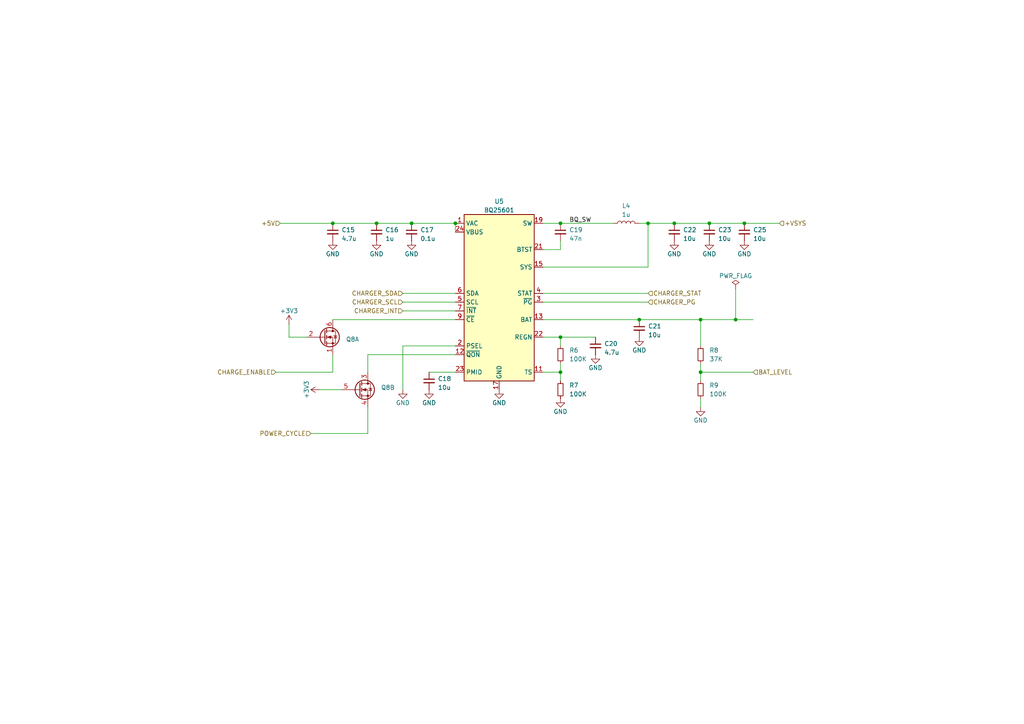
<source format=kicad_sch>
(kicad_sch (version 20250114) (generator "eeschema") (generator_version "9.0")
  (paper "A4")
  (lib_symbols
    (symbol "Battery_Management:BQ25601"
      (property "Reference" "U" (at -8.89 26.67 0))
      (property "Value" "BQ25601" (at 6.35 26.67 0))
      (symbol "BQ25601_0_1"
        (rectangle (start -10.16 -22.86) (end 10.16 25.4) (stroke (width 0.254)) (fill (type background)))
      )
      (symbol "BQ25601_1_1"
        (pin input line (at -12.7 22.86 0) (length 2.54) (name "VAC") (number "1"))
        (pin power_in line (at -12.7 20.32 0) (length 2.54) (name "VBUS") (number "24"))
        (pin bidirectional line (at -12.7 2.54 0) (length 2.54) (name "SDA") (number "6"))
        (pin input line (at -12.7 0 0) (length 2.54) (name "SCL") (number "5"))
        (pin open_collector line (at -12.7 -2.54 0) (length 2.54) (name "~{INT}") (number "7"))
        (pin input line (at -12.7 -5.08 0) (length 2.54) (name "~{CE}") (number "9"))
        (pin input line (at -12.7 -12.7 0) (length 2.54) (name "PSEL") (number "2"))
        (pin input line (at -12.7 -15.24 0) (length 2.54) (name "~{QON}") (number "12"))
        (pin passive line (at -12.7 -20.32 0) (length 2.54) (name "PMID") (number "23"))
        (pin no_connect line (at -10.16 15.24 0) (length 2.54) (hide yes) (name "NC") (number "8"))
        (pin no_connect line (at -10.16 12.7 0) (length 2.54) (hide yes) (name "NC") (number "10"))
        (pin power_in line (at 0 -25.4 90) (length 2.54) (name "GND") (number "17"))
        (pin passive line (at 0 -25.4 90) (length 2.54) (hide yes) (name "GND") (number "18"))
        (pin passive line (at 0 -25.4 90) (length 2.54) (hide yes) (name "GND") (number "25"))
        (pin passive line (at 12.7 22.86 180) (length 2.54) (name "SW") (number "19"))
        (pin passive line (at 12.7 22.86 180) (length 2.54) (hide yes) (name "SW") (number "20"))
        (pin input line (at 12.7 15.24 180) (length 2.54) (name "BTST") (number "21"))
        (pin passive line (at 12.7 10.16 180) (length 2.54) (name "SYS") (number "15"))
        (pin passive line (at 12.7 10.16 180) (length 2.54) (hide yes) (name "SYS") (number "16"))
        (pin open_collector line (at 12.7 2.54 180) (length 2.54) (name "STAT") (number "4"))
        (pin open_collector line (at 12.7 0 180) (length 2.54) (name "~{PG}") (number "3"))
        (pin power_in line (at 12.7 -5.08 180) (length 2.54) (name "BAT") (number "13"))
        (pin passive line (at 12.7 -5.08 180) (length 2.54) (hide yes) (name "BAT") (number "14"))
        (pin passive line (at 12.7 -10.16 180) (length 2.54) (name "REGN") (number "22"))
        (pin passive line (at 12.7 -20.32 180) (length 2.54) (name "TS") (number "11"))
      )
    )
    (symbol "Device:C_Small" (pin_numbers (hide yes)) (pin_names (offset 0.254) (hide yes))
      (property "Reference" "C" (at 0.254 1.778 0))
      (property "Value" "C_Small" (at 0.254 -2.032 0))
      (symbol "C_Small_0_1"
        (polyline (pts (xy -1.524 0.508) (xy 1.524 0.508)) (stroke (width 0.3048)))
        (polyline (pts (xy -1.524 -0.508) (xy 1.524 -0.508)) (stroke (width 0.3302)))
      )
      (symbol "C_Small_1_1"
        (pin passive line (at 0 2.54 270) (length 2.032) (name "~") (number "1"))
        (pin passive line (at 0 -2.54 90) (length 2.032) (name "~") (number "2"))
      )
    )
    (symbol "Device:L" (pin_numbers (hide yes)) (pin_names (offset 1.016) (hide yes))
      (property "Reference" "L" (at -1.27 0 90))
      (property "Value" "L" (at 1.905 0 90))
      (symbol "L_0_1"
        (arc (start 0 2.54) (mid 0.6323 1.905) (end 0 1.27))
        (arc (start 0 1.27) (mid 0.6323 0.635) (end 0 0))
        (arc (start 0 0) (mid 0.6323 -0.635) (end 0 -1.27))
        (arc (start 0 -1.27) (mid 0.6323 -1.905) (end 0 -2.54))
      )
      (symbol "L_1_1"
        (pin passive line (at 0 3.81 270) (length 1.27) (name "1") (number "1"))
        (pin passive line (at 0 -3.81 90) (length 1.27) (name "2") (number "2"))
      )
    )
    (symbol "Device:Q_Dual_NMOS_S1G1D2S2G2D1" (pin_names (offset 0) (hide yes))
      (property "Reference" "Q" (at 6.35 1.27 0))
      (property "Value" "Q_Dual_NMOS_S1G1D2S2G2D1" (at 19.05 -1.27 0))
      (symbol "Q_Dual_NMOS_S1G1D2S2G2D1_0_1"
        (polyline (pts (xy 0.254 1.905) (xy 0.254 -1.905)) (stroke (width 0.254)))
        (polyline (pts (xy 0.254 0) (xy -2.54 0)))
        (polyline (pts (xy 0.762 2.286) (xy 0.762 1.27)) (stroke (width 0.254)))
        (polyline (pts (xy 0.762 0.508) (xy 0.762 -0.508)) (stroke (width 0.254)))
        (polyline (pts (xy 0.762 -1.27) (xy 0.762 -2.286)) (stroke (width 0.254)))
        (polyline (pts (xy 0.762 -1.778) (xy 3.302 -1.778) (xy 3.302 1.778) (xy 0.762 1.778)))
        (polyline (pts (xy 1.016 0) (xy 2.032 0.381) (xy 2.032 -0.381) (xy 1.016 0)) (fill (type outline)))
        (circle (center 1.651 0) (radius 2.794) (stroke (width 0.254)))
        (polyline (pts (xy 2.54 2.54) (xy 2.54 1.778)))
        (circle (center 2.54 1.778) (radius 0.254) (fill (type outline)))
        (circle (center 2.54 -1.778) (radius 0.254) (fill (type outline)))
        (polyline (pts (xy 2.54 -2.54) (xy 2.54 0) (xy 0.762 0)))
        (polyline (pts (xy 2.794 0.508) (xy 2.921 0.381) (xy 3.683 0.381) (xy 3.81 0.254)))
        (polyline (pts (xy 3.302 0.381) (xy 2.921 -0.254) (xy 3.683 -0.254) (xy 3.302 0.381)))
      )
      (symbol "Q_Dual_NMOS_S1G1D2S2G2D1_1_1"
        (pin input line (at -5.08 0 0) (length 2.54) (name "G") (number "2"))
        (pin passive line (at 2.54 5.08 270) (length 2.54) (name "D") (number "6"))
        (pin passive line (at 2.54 -5.08 90) (length 2.54) (name "S") (number "1"))
      )
      (symbol "Q_Dual_NMOS_S1G1D2S2G2D1_2_1"
        (pin input line (at -5.08 0 0) (length 2.54) (name "G") (number "5"))
        (pin passive line (at 2.54 5.08 270) (length 2.54) (name "D") (number "3"))
        (pin passive line (at 2.54 -5.08 90) (length 2.54) (name "S") (number "4"))
      )
    )
    (symbol "Device:R_Small" (pin_numbers (hide yes)) (pin_names (offset 0.254) (hide yes))
      (property "Reference" "R" (at 0 0 90))
      (property "Value" "R_Small" (at 1.778 0 90))
      (symbol "R_Small_0_1"
        (rectangle (start -0.762 1.778) (end 0.762 -1.778) (stroke (width 0.2032)))
      )
      (symbol "R_Small_1_1"
        (pin passive line (at 0 2.54 270) (length 0.762) (name "~") (number "1"))
        (pin passive line (at 0 -2.54 90) (length 0.762) (name "~") (number "2"))
      )
    )
    (symbol "power:+3.3V" (power) (pin_numbers (hide yes)) (pin_names (offset 0) (hide yes))
      (property "Value" "+3.3V" (at 0 3.556 0))
      (symbol "+3.3V_0_1"
        (polyline (pts (xy -0.762 1.27) (xy 0 2.54)))
        (polyline (pts (xy 0 2.54) (xy 0.762 1.27)))
        (polyline (pts (xy 0 0) (xy 0 2.54)))
      )
      (symbol "+3.3V_1_1"
        (pin power_in line (at 0 0 90) (length 0) (name "~") (number "1"))
      )
    )
    (symbol "power:GND" (power) (pin_numbers (hide yes)) (pin_names (offset 0) (hide yes))
      (property "Value" "GND" (at 0 -3.81 0))
      (symbol "GND_0_1"
        (polyline (pts (xy 0 0) (xy 0 -1.27) (xy 1.27 -1.27) (xy 0 -2.54) (xy -1.27 -1.27) (xy 0 -1.27)))
      )
      (symbol "GND_1_1"
        (pin power_in line (at 0 0 270) (length 0) (name "~") (number "1"))
      )
    )
    (symbol "power:PWR_FLAG" (power) (pin_numbers (hide yes)) (pin_names (offset 0) (hide yes))
      (property "Value" "PWR_FLAG" (at 0 3.81 0))
      (symbol "PWR_FLAG_0_0"
        (pin power_out line (at 0 0 90) (length 0) (name "~") (number "1"))
      )
      (symbol "PWR_FLAG_0_1"
        (polyline (pts (xy 0 0) (xy 0 1.27) (xy -1.016 1.905) (xy 0 2.54) (xy 1.016 1.905) (xy 0 1.27)))
      )
    )
  )
  (junction (at 162.56 97.79) (diameter 0.9144))
  (junction (at 203.2 92.71) (diameter 0.9144))
  (junction (at 187.96 64.77) (diameter 0.9144))
  (junction (at 96.52 64.77) (diameter 0.9144))
  (junction (at 185.42 92.71) (diameter 0.9144))
  (junction (at 213.36 92.71) (diameter 0.9144))
  (junction (at 205.74 64.77) (diameter 0.9144))
  (junction (at 203.2 107.95) (diameter 0.9144))
  (junction (at 162.56 64.77) (diameter 0.9144))
  (junction (at 162.56 107.95) (diameter 0.9144))
  (junction (at 195.58 64.77) (diameter 0.9144))
  (junction (at 109.22 64.77) (diameter 0.9144))
  (junction (at 132.08 64.77) (diameter 0.9144))
  (junction (at 119.38 64.77) (diameter 0.9144))
  (junction (at 215.9 64.77) (diameter 0.9144))
  (wire (pts (xy 116.84 85.09) (xy 132.08 85.09)))
  (wire (pts (xy 106.68 125.73) (xy 90.17 125.73)))
  (wire (pts (xy 116.84 87.63) (xy 132.08 87.63)))
  (wire (pts (xy 119.38 64.77) (xy 132.08 64.77)))
  (wire (pts (xy 132.08 67.31) (xy 132.08 64.77)))
  (wire (pts (xy 157.48 107.95) (xy 162.56 107.95)))
  (wire (pts (xy 157.48 72.39) (xy 162.56 72.39)))
  (wire (pts (xy 162.56 72.39) (xy 162.56 69.85)))
  (wire (pts (xy 157.48 85.09) (xy 187.96 85.09)))
  (wire (pts (xy 203.2 92.71) (xy 203.2 100.33)))
  (wire (pts (xy 80.01 107.95) (xy 96.52 107.95)))
  (wire (pts (xy 96.52 92.71) (xy 132.08 92.71)))
  (wire (pts (xy 157.48 77.47) (xy 187.96 77.47)))
  (wire (pts (xy 187.96 77.47) (xy 187.96 64.77)))
  (wire (pts (xy 116.84 90.17) (xy 132.08 90.17)))
  (wire (pts (xy 203.2 107.95) (xy 218.44 107.95)))
  (wire (pts (xy 106.68 102.87) (xy 132.08 102.87)))
  (wire (pts (xy 83.82 97.79) (xy 88.9 97.79)))
  (wire (pts (xy 106.68 118.11) (xy 106.68 125.73)))
  (wire (pts (xy 124.46 107.95) (xy 132.08 107.95)))
  (wire (pts (xy 203.2 107.95) (xy 203.2 110.49)))
  (wire (pts (xy 162.56 107.95) (xy 162.56 105.41)))
  (wire (pts (xy 213.36 83.82) (xy 213.36 92.71)))
  (wire (pts (xy 162.56 107.95) (xy 162.56 110.49)))
  (wire (pts (xy 203.2 115.57) (xy 203.2 118.11)))
  (wire (pts (xy 96.52 64.77) (xy 109.22 64.77)))
  (wire (pts (xy 109.22 64.77) (xy 119.38 64.77)))
  (wire (pts (xy 157.48 92.71) (xy 185.42 92.71)))
  (wire (pts (xy 203.2 105.41) (xy 203.2 107.95)))
  (wire (pts (xy 96.52 107.95) (xy 96.52 102.87)))
  (wire (pts (xy 83.82 93.98) (xy 83.82 97.79)))
  (wire (pts (xy 106.68 102.87) (xy 106.68 107.95)))
  (wire (pts (xy 157.48 97.79) (xy 162.56 97.79)))
  (wire (pts (xy 185.42 64.77) (xy 187.96 64.77)))
  (wire (pts (xy 187.96 64.77) (xy 195.58 64.77)))
  (wire (pts (xy 195.58 64.77) (xy 205.74 64.77)))
  (wire (pts (xy 81.28 64.77) (xy 96.52 64.77)))
  (wire (pts (xy 116.84 100.33) (xy 132.08 100.33)))
  (wire (pts (xy 116.84 113.03) (xy 116.84 100.33)))
  (wire (pts (xy 92.71 113.03) (xy 99.06 113.03)))
  (wire (pts (xy 185.42 92.71) (xy 203.2 92.71)))
  (wire (pts (xy 203.2 92.71) (xy 213.36 92.71)))
  (wire (pts (xy 213.36 92.71) (xy 218.44 92.71)))
  (wire (pts (xy 205.74 64.77) (xy 215.9 64.77)))
  (wire (pts (xy 215.9 64.77) (xy 226.06 64.77)))
  (wire (pts (xy 157.48 87.63) (xy 187.96 87.63)))
  (wire (pts (xy 162.56 97.79) (xy 172.72 97.79)))
  (wire (pts (xy 162.56 100.33) (xy 162.56 97.79)))
  (wire (pts (xy 157.48 64.77) (xy 162.56 64.77)))
  (wire (pts (xy 162.56 64.77) (xy 177.8 64.77)))
  (label "BQ_SW" (at 165.1 64.77 0))
  (hierarchical_label "CHARGE_ENABLE" (shape input) (at 80.01 107.95 180))
  (hierarchical_label "+VSYS" (shape input) (at 226.06 64.77 0))
  (hierarchical_label "BAT_LEVEL" (shape input) (at 218.44 107.95 0))
  (hierarchical_label "CHARGER_SDA" (shape input) (at 116.84 85.09 180))
  (hierarchical_label "+5V" (shape input) (at 81.28 64.77 180))
  (hierarchical_label "CHARGER_SCL" (shape input) (at 116.84 87.63 180))
  (hierarchical_label "CHARGER_PG" (shape input) (at 187.96 87.63 0))
  (hierarchical_label "CHARGER_STAT" (shape input) (at 187.96 85.09 0))
  (hierarchical_label "CHARGER_INT" (shape input) (at 116.84 90.17 180))
  (hierarchical_label "POWER_CYCLE" (shape input) (at 90.17 125.73 180))
  (symbol (lib_id "power:GND") (at 144.78 113.03 0) (unit 1)
    (property "Reference" "#PWR059" (effects (hide yes)))
    (property "Value" "GND" (at 144.78 116.84 0))
    (property "Description" "Power symbol creates a global label with name \"GND\" , ground" (effects (hide yes)))
    (instances (project "BK4000TG_V3" (path "" (reference "#PWR060") (unit 1))) (project "BK4000TG_V3" (path "" (reference "#PWR059") (unit 1))))
  )
  (symbol (lib_id "Device:C_Small") (at 162.56 67.31 0) (unit 1)
    (property "Reference" "C35" (at 165.1 66.6749 0) (effects (justify left)))
    (property "Value" "47n" (at 165.1 69.2149 0) (effects (justify left)))
    (property "Footprint" "Capacitor_SMD:C_0402_1005Metric" (effects (hide yes)))
    (property "Description" "Unpolarized capacitor, small symbol" (effects (hide yes)))
    (instances (project "BK4000TG_V3" (path "" (reference "C19") (unit 1))) (project "BK4000TG_V3" (path "" (reference "C35") (unit 1))))
  )
  (symbol (lib_id "power:GND") (at 119.38 69.85 0) (unit 1)
    (property "Reference" "#PWR057" (effects (hide yes)))
    (property "Value" "GND" (at 119.38 73.66 0))
    (property "Description" "Power symbol creates a global label with name \"GND\" , ground" (effects (hide yes)))
    (instances (project "BK4000TG_V3" (path "" (reference "#PWR058") (unit 1))) (project "BK4000TG_V3" (path "" (reference "#PWR057") (unit 1))))
  )
  (symbol (lib_id "power:GND") (at 172.72 102.87 0) (unit 1)
    (property "Reference" "#PWR061" (effects (hide yes)))
    (property "Value" "GND" (at 172.72 106.68 0))
    (property "Description" "Power symbol creates a global label with name \"GND\" , ground" (effects (hide yes)))
    (instances (project "BK4000TG_V3" (path "" (reference "#PWR062") (unit 1))) (project "BK4000TG_V3" (path "" (reference "#PWR061") (unit 1))))
  )
  (symbol (lib_id "Device:C_Small") (at 185.42 95.25 0) (unit 1)
    (property "Reference" "C37" (at 187.96 94.6149 0) (effects (justify left)))
    (property "Value" "10u" (at 187.96 97.1549 0) (effects (justify left)))
    (property "Footprint" "Capacitor_SMD:C_0805_2012Metric" (effects (hide yes)))
    (property "Description" "Unpolarized capacitor, small symbol" (effects (hide yes)))
    (instances (project "BK4000TG_V3" (path "" (reference "C21") (unit 1))) (project "BK4000TG_V3" (path "" (reference "C37") (unit 1))))
  )
  (symbol (lib_id "power:PWR_FLAG") (at 213.36 83.82 0) (unit 1)
    (property "Reference" "#FLG02" (effects (hide yes)))
    (property "Value" "PWR_FLAG" (at 213.36 80.01 0))
    (property "Description" "Special symbol for telling ERC where power comes from" (effects (hide yes)))
    (instances (project "BK4000TG_V3" (path "" (reference "#FLG07") (unit 1))) (project "BK4000TG_V3" (path "" (reference "#FLG02") (unit 1))))
  )
  (symbol (lib_id "power:GND") (at 185.42 97.79 0) (unit 1)
    (property "Reference" "#PWR062" (effects (hide yes)))
    (property "Value" "GND" (at 185.42 101.6 0))
    (property "Description" "Power symbol creates a global label with name \"GND\" , ground" (effects (hide yes)))
    (instances (project "BK4000TG_V3" (path "" (reference "#PWR063") (unit 1))) (project "BK4000TG_V3" (path "" (reference "#PWR062") (unit 1))))
  )
  (symbol (lib_id "Device:C_Small") (at 124.46 110.49 0) (unit 1)
    (property "Reference" "C34" (at 127 109.8549 0) (effects (justify left)))
    (property "Value" "10u" (at 127 112.3949 0) (effects (justify left)))
    (property "Footprint" "Capacitor_SMD:C_0805_2012Metric" (effects (hide yes)))
    (property "Description" "Unpolarized capacitor, small symbol" (effects (hide yes)))
    (instances (project "BK4000TG_V3" (path "" (reference "C18") (unit 1))) (project "BK4000TG_V3" (path "" (reference "C34") (unit 1))))
  )
  (symbol (lib_id "Device:C_Small") (at 96.52 67.31 0) (unit 1)
    (property "Reference" "C31" (at 99.06 66.6749 0) (effects (justify left)))
    (property "Value" "4.7u" (at 99.06 69.2149 0) (effects (justify left)))
    (property "Footprint" "Capacitor_SMD:C_0805_2012Metric" (effects (hide yes)))
    (property "Description" "Unpolarized capacitor, small symbol" (effects (hide yes)))
    (instances (project "BK4000TG_V3" (path "" (reference "C15") (unit 1))) (project "BK4000TG_V3" (path "" (reference "C31") (unit 1))))
  )
  (symbol (lib_id "Device:C_Small") (at 205.74 67.31 0) (unit 1)
    (property "Reference" "C39" (at 208.28 66.6749 0) (effects (justify left)))
    (property "Value" "10u" (at 208.28 69.2149 0) (effects (justify left)))
    (property "Footprint" "Capacitor_SMD:C_0805_2012Metric" (effects (hide yes)))
    (property "Description" "Unpolarized capacitor, small symbol" (effects (hide yes)))
    (instances (project "BK4000TG_V3" (path "" (reference "C23") (unit 1))) (project "BK4000TG_V3" (path "" (reference "C39") (unit 1))))
  )
  (symbol (lib_id "power:GND") (at 215.9 69.85 0) (unit 1)
    (property "Reference" "#PWR066" (effects (hide yes)))
    (property "Value" "GND" (at 215.9 73.66 0))
    (property "Description" "Power symbol creates a global label with name \"GND\" , ground" (effects (hide yes)))
    (instances (project "BK4000TG_V3" (path "" (reference "#PWR068") (unit 1))) (project "BK4000TG_V3" (path "" (reference "#PWR066") (unit 1))))
  )
  (symbol (lib_id "Device:C_Small") (at 109.22 67.31 0) (unit 1)
    (property "Reference" "C32" (at 111.76 66.6749 0) (effects (justify left)))
    (property "Value" "1u" (at 111.76 69.2149 0) (effects (justify left)))
    (property "Footprint" "Capacitor_SMD:C_0603_1608Metric" (effects (hide yes)))
    (property "Description" "Unpolarized capacitor, small symbol" (effects (hide yes)))
    (instances (project "BK4000TG_V3" (path "" (reference "C16") (unit 1))) (project "BK4000TG_V3" (path "" (reference "C32") (unit 1))))
  )
  (symbol (lib_id "power:GND") (at 116.84 113.03 0) (unit 1)
    (property "Reference" "#PWR056" (effects (hide yes)))
    (property "Value" "GND" (at 116.84 116.84 0))
    (property "Description" "Power symbol creates a global label with name \"GND\" , ground" (effects (hide yes)))
    (instances (project "BK4000TG_V3" (path "" (reference "#PWR057") (unit 1))) (project "BK4000TG_V3" (path "" (reference "#PWR056") (unit 1))))
  )
  (symbol (lib_id "Device:C_Small") (at 195.58 67.31 0) (unit 1)
    (property "Reference" "C38" (at 198.12 66.6749 0) (effects (justify left)))
    (property "Value" "10u" (at 198.12 69.2149 0) (effects (justify left)))
    (property "Footprint" "Capacitor_SMD:C_0805_2012Metric" (effects (hide yes)))
    (property "Description" "Unpolarized capacitor, small symbol" (effects (hide yes)))
    (instances (project "BK4000TG_V3" (path "" (reference "C22") (unit 1))) (project "BK4000TG_V3" (path "" (reference "C38") (unit 1))))
  )
  (symbol (lib_id "Device:Q_Dual_NMOS_S1G1D2S2G2D1") (at 93.98 97.79 0) (unit 1)
    (property "Reference" "Q3" (at 100.33 98.4249 0) (effects (justify left)))
    (property "Value" "SSM6N7002KFU" (effects (hide yes)))
    (property "Footprint" "Package_TO_SOT_SMD:SOT-363_SC-70-6" (effects (hide yes)))
    (instances (project "BK4000TG_V3" (path "" (reference "Q8") (unit 1))) (project "BK4000TG_V3" (path "" (reference "Q3") (unit 1))))
  )
  (symbol (lib_id "Device:C_Small") (at 172.72 100.33 0) (unit 1)
    (property "Reference" "C36" (at 175.26 99.6949 0) (effects (justify left)))
    (property "Value" "4.7u" (at 175.26 102.2349 0) (effects (justify left)))
    (property "Footprint" "Capacitor_SMD:C_0603_1608Metric" (effects (hide yes)))
    (property "Description" "Unpolarized capacitor, small symbol" (effects (hide yes)))
    (instances (project "BK4000TG_V3" (path "" (reference "C20") (unit 1))) (project "BK4000TG_V3" (path "" (reference "C36") (unit 1))))
  )
  (symbol (lib_id "power:GND") (at 205.74 69.85 0) (unit 1)
    (property "Reference" "#PWR065" (effects (hide yes)))
    (property "Value" "GND" (at 205.74 73.66 0))
    (property "Description" "Power symbol creates a global label with name \"GND\" , ground" (effects (hide yes)))
    (instances (project "BK4000TG_V3" (path "" (reference "#PWR066") (unit 1))) (project "BK4000TG_V3" (path "" (reference "#PWR065") (unit 1))))
  )
  (symbol (lib_id "Device:C_Small") (at 215.9 67.31 0) (unit 1)
    (property "Reference" "C40" (at 218.44 66.6749 0) (effects (justify left)))
    (property "Value" "10u" (at 218.44 69.2149 0) (effects (justify left)))
    (property "Footprint" "Capacitor_SMD:C_0805_2012Metric" (effects (hide yes)))
    (property "Description" "Unpolarized capacitor, small symbol" (effects (hide yes)))
    (instances (project "BK4000TG_V3" (path "" (reference "C25") (unit 1))) (project "BK4000TG_V3" (path "" (reference "C40") (unit 1))))
  )
  (symbol (lib_id "Device:R_Small") (at 203.2 102.87 0) (mirror y) (unit 1)
    (property "Reference" "R13" (at 205.74 101.5999 0) (effects (justify right)))
    (property "Value" "37K" (at 205.74 104.1399 0) (effects (justify right)))
    (property "Footprint" "Resistor_SMD:R_0402_1005Metric" (effects (hide yes)))
    (property "Description" "Resistor, small symbol" (effects (hide yes)))
    (instances (project "BK4000TG_V3" (path "" (reference "R8") (unit 1))) (project "BK4000TG_V3" (path "" (reference "R13") (unit 1))))
  )
  (symbol (lib_id "Device:R_Small") (at 162.56 102.87 0) (unit 1)
    (property "Reference" "R11" (at 165.1 101.5999 0) (effects (justify left)))
    (property "Value" "100K" (at 165.1 104.1399 0) (effects (justify left)))
    (property "Footprint" "Resistor_SMD:R_0402_1005Metric" (effects (hide yes)))
    (property "Description" "Resistor, small symbol" (effects (hide yes)))
    (instances (project "BK4000TG_V3" (path "" (reference "R6") (unit 1))) (project "BK4000TG_V3" (path "" (reference "R11") (unit 1))))
  )
  (symbol (lib_id "power:+3.3V") (at 92.71 113.03 90) (unit 1)
    (property "Reference" "#PWR053" (effects (hide yes)))
    (property "Value" "+3V3" (at 88.9 113.03 0))
    (property "Description" "Power symbol creates a global label with name \"+3.3V\"" (effects (hide yes)))
    (instances (project "BK4000TG_V3" (path "" (reference "#PWR028") (unit 1))) (project "BK4000TG_V3" (path "" (reference "#PWR053") (unit 1))))
  )
  (symbol (lib_id "Battery_Management:BQ25601") (at 144.78 87.63 0) (unit 1)
    (property "Reference" "U8" (at 144.78 58.42 0))
    (property "Value" "BQ25601" (at 144.78 60.96 0))
    (property "Footprint" "Package_DFN_QFN:Texas_RTW_WQFN-24-1EP_4x4mm_P0.5mm_EP2.7x2.7mm_ThermalVias" (effects (hide yes)))
    (property "Datasheet" "http://www.ti.com/lit/ds/symlink/bq25601.pdf" (effects (hide yes)))
    (property "Description" "I2C Controlled 3A Single-Cell Battery Charger for High Input Voltage and Narrow Voltage DC Power Path Management, WQFN-32" (effects (hide yes)))
    (instances (project "BK4000TG_V3" (path "" (reference "U5") (unit 1))) (project "BK4000TG_V3" (path "" (reference "U8") (unit 1))))
  )
  (symbol (lib_id "Device:R_Small") (at 162.56 113.03 0) (unit 1)
    (property "Reference" "R12" (at 165.1 111.7599 0) (effects (justify left)))
    (property "Value" "100K" (at 165.1 114.2999 0) (effects (justify left)))
    (property "Footprint" "Resistor_SMD:R_0402_1005Metric" (effects (hide yes)))
    (property "Description" "Resistor, small symbol" (effects (hide yes)))
    (instances (project "BK4000TG_V3" (path "" (reference "R7") (unit 1))) (project "BK4000TG_V3" (path "" (reference "R12") (unit 1))))
  )
  (symbol (lib_id "power:GND") (at 195.58 69.85 0) (unit 1)
    (property "Reference" "#PWR063" (effects (hide yes)))
    (property "Value" "GND" (at 195.58 73.66 0))
    (property "Description" "Power symbol creates a global label with name \"GND\" , ground" (effects (hide yes)))
    (instances (project "BK4000TG_V3" (path "" (reference "#PWR064") (unit 1))) (project "BK4000TG_V3" (path "" (reference "#PWR063") (unit 1))))
  )
  (symbol (lib_id "power:GND") (at 96.52 69.85 0) (unit 1)
    (property "Reference" "#PWR054" (effects (hide yes)))
    (property "Value" "GND" (at 96.52 73.66 0))
    (property "Description" "Power symbol creates a global label with name \"GND\" , ground" (effects (hide yes)))
    (instances (project "BK4000TG_V3" (path "" (reference "#PWR053") (unit 1))) (project "BK4000TG_V3" (path "" (reference "#PWR054") (unit 1))))
  )
  (symbol (lib_id "Device:L") (at 181.61 64.77 90) (unit 1)
    (property "Reference" "L4" (at 181.61 59.69 90))
    (property "Value" "1u" (at 181.61 62.23 90))
    (property "Footprint" "My Footprints:Inductor_TYA252012" (effects (hide yes)))
    (property "Description" "Inductor" (effects (hide yes)))
  )
  (symbol (lib_id "power:+3.3V") (at 83.82 93.98 0) (unit 1)
    (property "Reference" "#PWR052" (effects (hide yes)))
    (property "Value" "+3V3" (at 83.82 90.17 0))
    (property "Description" "Power symbol creates a global label with name \"+3.3V\"" (effects (hide yes)))
    (instances (project "BK4000TG_V3" (path "" (reference "#PWR014") (unit 1))) (project "BK4000TG_V3" (path "" (reference "#PWR052") (unit 1))))
  )
  (symbol (lib_id "power:GND") (at 109.22 69.85 0) (unit 1)
    (property "Reference" "#PWR055" (effects (hide yes)))
    (property "Value" "GND" (at 109.22 73.66 0))
    (property "Description" "Power symbol creates a global label with name \"GND\" , ground" (effects (hide yes)))
    (instances (project "BK4000TG_V3" (path "" (reference "#PWR056") (unit 1))) (project "BK4000TG_V3" (path "" (reference "#PWR055") (unit 1))))
  )
  (symbol (lib_id "power:GND") (at 124.46 113.03 0) (unit 1)
    (property "Reference" "#PWR058" (effects (hide yes)))
    (property "Value" "GND" (at 124.46 116.84 0))
    (property "Description" "Power symbol creates a global label with name \"GND\" , ground" (effects (hide yes)))
    (instances (project "BK4000TG_V3" (path "" (reference "#PWR059") (unit 1))) (project "BK4000TG_V3" (path "" (reference "#PWR058") (unit 1))))
  )
  (symbol (lib_id "Device:Q_Dual_NMOS_S1G1D2S2G2D1") (at 104.14 113.03 0) (unit 2)
    (property "Reference" "Q3" (at 110.49 112.3949 0) (effects (justify left)))
    (property "Value" "SSM6N7002KFU" (effects (hide yes)))
    (property "Footprint" "Package_TO_SOT_SMD:SOT-363_SC-70-6" (effects (hide yes)))
    (instances (project "BK4000TG_V3" (path "" (reference "Q8") (unit 2))) (project "BK4000TG_V3" (path "" (reference "Q3") (unit 2))))
  )
  (symbol (lib_id "power:GND") (at 203.2 118.11 0) (mirror y) (unit 1)
    (property "Reference" "#PWR064" (effects (hide yes)))
    (property "Value" "GND" (at 203.2 121.92 0))
    (property "Description" "Power symbol creates a global label with name \"GND\" , ground" (effects (hide yes)))
    (instances (project "BK4000TG_V3" (path "" (reference "#PWR065") (unit 1))) (project "BK4000TG_V3" (path "" (reference "#PWR064") (unit 1))))
  )
  (symbol (lib_id "power:GND") (at 162.56 115.57 0) (unit 1)
    (property "Reference" "#PWR060" (effects (hide yes)))
    (property "Value" "GND" (at 162.56 119.38 0))
    (property "Description" "Power symbol creates a global label with name \"GND\" , ground" (effects (hide yes)))
    (instances (project "BK4000TG_V3" (path "" (reference "#PWR061") (unit 1))) (project "BK4000TG_V3" (path "" (reference "#PWR060") (unit 1))))
  )
  (symbol (lib_id "Device:C_Small") (at 119.38 67.31 0) (unit 1)
    (property "Reference" "C33" (at 121.92 66.6749 0) (effects (justify left)))
    (property "Value" "0.1u" (at 121.92 69.2149 0) (effects (justify left)))
    (property "Footprint" "Capacitor_SMD:C_0603_1608Metric" (effects (hide yes)))
    (property "Description" "Unpolarized capacitor, small symbol" (effects (hide yes)))
    (instances (project "BK4000TG_V3" (path "" (reference "C17") (unit 1))) (project "BK4000TG_V3" (path "" (reference "C33") (unit 1))))
  )
  (symbol (lib_id "Device:R_Small") (at 203.2 113.03 0) (mirror y) (unit 1)
    (property "Reference" "R14" (at 205.74 111.7599 0) (effects (justify right)))
    (property "Value" "100K" (at 205.74 114.2999 0) (effects (justify right)))
    (property "Footprint" "Resistor_SMD:R_0402_1005Metric" (effects (hide yes)))
    (property "Description" "Resistor, small symbol" (effects (hide yes)))
    (instances (project "BK4000TG_V3" (path "" (reference "R9") (unit 1))) (project "BK4000TG_V3" (path "" (reference "R14") (unit 1))))
  )
)
</source>
